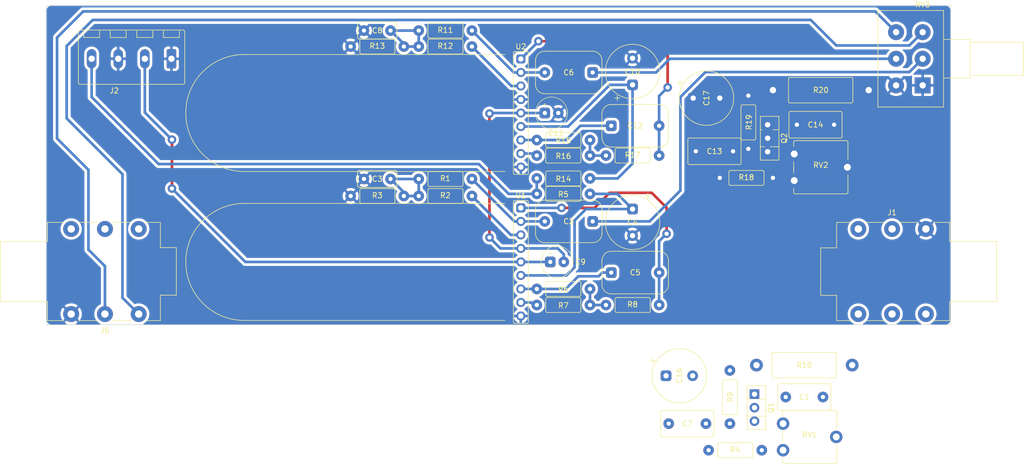
<source format=kicad_pcb>
(kicad_pcb (version 20221018) (generator pcbnew)
  (layers (0 "F.Cu" signal) (31 "B.Cu" signal) (34 "B.Paste" user) (35 "F.Paste" user) (36 "B.SilkS" user "B.Silkscreen") (37 "F.SilkS" user "F.Silkscreen") (38 "B.Mask" user) (39 "F.Mask" user) (44 "Edge.Cuts" user))
  (net 0 "")
  (net 1 "GND")
  (net 2 "240V")
  (net 3 "+6V")
  (net 4 "Net-(C7-Pad1)")
  (net 5 "Net-(C3-Pad1)")
  (net 6 "Net-(C2-Pad2)")
  (net 7 "Net-(C4-Pad1)")
  (net 8 "Net-(C5-Pad1)")
  (net 9 "Net-(C5-Pad2)")
  (net 10 "Net-(C6-Pad2)")
  (net 11 "Net-(R2-Pad2)")
  (net 12 "Net-(R6-Pad1)")
  (net 13 "Output_left")
  (net 14 "Input_left")
  (net 15 "Input_right")
  (net 16 "Net-(Q1-E)")
  (net 17 "Net-(Q1-B)")
  (net 18 "Net-(C8-Pad1)")
  (net 19 "Net-(C12-Pad1)")
  (net 20 "Net-(C13-Pad1)")
  (net 21 "Net-(C10-Pad1)")
  (net 22 "Net-(C12-Pad2)")
  (net 23 "Net-(Q2-B)")
  (net 24 "Net-(Q2-E)")
  (net 25 "Output_right")
  (net 26 "+12V")
  (net 27 "Net-(R4-Pad2)")
  (net 28 "Net-(R18-Pad2)")
  (net 29 "Net-(J6-PadR)")
  (net 30 "Net-(J6-L)")
  (net 31 "Net-(R12-Pad2)")
  (net 32 "Net-(R15-Pad1)")
  (net 33 "Net-(Q2-C)")
  (footprint "spdf1626_lib:R_THT_025W" (layer "F.Cu") (at 151.6 52.4)
    (fp_text reference "R18" (at 0 -0.1 180) (layer "F.SilkS"))
    (fp_text value "12,7k" hide)
    (pad "1" thru_hole circle (at -5 0) (size 2 2) (drill 0.8) (layers "*.Cu" "*.Mask") (net 23 "Net-(Q2-B)"))
    (pad "2" thru_hole circle (at 5 0) (size 2 2) (drill 0.8) (layers "*.Cu" "*.Mask") (net 28 "Net-(R18-Pad2)"))
  )
  (footprint "spdf1626_lib:R_THT_025W" (layer "F.Cu") (at 151.975 41.94 -90)
    (fp_text reference "R19" (at 0 -0.1 90) (layer "F.SilkS"))
    (fp_text value "100k" hide)
    (pad "1" thru_hole circle (at -5 0 270) (size 2 2) (drill 0.8) (layers "*.Cu" "*.Mask") (net 1 "GND"))
    (pad "2" thru_hole circle (at 5 0 270) (size 2 2) (drill 0.8) (layers "*.Cu" "*.Mask") (net 23 "Net-(Q2-B)"))
  )
  (footprint "spdf1626_lib:Jack_6.35mm" (layer "F.Cu") (at 31 70 180)
    (fp_text reference "J6" (at 0 -11.095 180) (layer "F.SilkS"))
    (fp_text value "Input")
    (pad "R" thru_hole circle (at 0 -8 180) (size 3 3) (drill 1.4) (layers "*.Cu" "*.Mask") (net 29 "Net-(J6-PadR)"))
    (pad "RN" thru_hole circle (at 0 8 180) (size 3 3) (drill 1.4) (layers "*.Cu" "*.Mask"))
    (pad "S" thru_hole circle (at 6.35 -8 180) (size 3 3) (drill 1.4) (layers "*.Cu" "*.Mask") (net 1 "GND"))
    (pad "SN" thru_hole circle (at 6.35 8 180) (size 3 3) (drill 1.4) (layers "*.Cu" "*.Mask"))
    (pad "T" thru_hole circle (at -6.35 -8 180) (size 3 3) (drill 1.4) (layers "*.Cu" "*.Mask") (net 30 "Net-(J6-L)"))
    (pad "TN" thru_hole circle (at -6.35 8 180) (size 3 3) (drill 1.4) (layers "*.Cu" "*.Mask"))
  )
  (footprint "Package_TO_SOT_THT:TO-126-3_Vertical" (layer "F.Cu") (at 153.125 93.06 -90)
    (fp_text reference "Q1" (at 2.54 -3.12 90) (layer "F.SilkS"))
    (fp_text value "КТ972(BD875)")
    (pad "1" thru_hole rect (at 0 0 270) (size 1.8 1.8) (drill 1) (layers "*.Cu" "*.Mask") (net 16 "Net-(Q1-E)"))
    (pad "2" thru_hole oval (at 2.54 0 270) (size 1.8 1.8) (drill 1) (layers "*.Cu" "*.Mask") (net 26 "+12V"))
    (pad "3" thru_hole oval (at 5.08 0 270) (size 1.8 1.8) (drill 1) (layers "*.Cu" "*.Mask") (net 17 "Net-(Q1-B)"))
  )
  (footprint "spdf1626_lib:C_THT_D10.0mm_P5.00mm" (layer "F.Cu") (at 144.1 37.4)
    (fp_text reference "C17" (at 0 0 90) (layer "F.SilkS"))
    (fp_text value "10uF" hide)
    (pad "1" thru_hole roundrect (at -2.5 0) (size 2 2) (drill 1) (layers "*.Cu" "*.Mask") (net 26 "+12V"))
    (pad "2" thru_hole circle (at 2.5 0) (size 2 2) (drill 1) (layers "*.Cu" "*.Mask") (net 1 "GND"))
  )
  (footprint "spdf1626_lib:Potentiometer_THT_CA9V" (layer "F.Cu") (at 160.6 52.9)
    (fp_text reference "RV2" (at 5 -2.9) (layer "F.SilkS"))
    (fp_text value "R_Potentiometer" hide)
    (pad "1" thru_hole circle (at 0 0) (size 2.34 2.34) (drill 1.3) (layers "*.Cu" "*.Mask") (net 28 "Net-(R18-Pad2)"))
    (pad "2" thru_hole circle (at 10 -2.5) (size 2.34 2.34) (drill 1.3) (layers "*.Cu" "*.Mask") (net 28 "Net-(R18-Pad2)"))
    (pad "3" thru_hole circle (at 0 -5) (size 2.34 2.34) (drill 1.3) (layers "*.Cu" "*.Mask") (net 33 "Net-(Q2-C)"))
  )
  (footprint "spdf1626_lib:R_THT_025W" (layer "F.Cu") (at 82.2 55.8)
    (fp_text reference "R3" (at 0 -0.1) (layer "F.SilkS"))
    (fp_text value "1k8" hide)
    (pad "1" thru_hole circle (at -5 0) (size 2 2) (drill 0.8) (layers "*.Cu" "*.Mask") (net 1 "GND"))
    (pad "2" thru_hole circle (at 5 0) (size 2 2) (drill 0.8) (layers "*.Cu" "*.Mask") (net 5 "Net-(C3-Pad1)"))
  )
  (footprint "spdf1626_lib:C_THT_K73-17_P5.00mm" (layer "F.Cu") (at 84.7 24.7 180)
    (fp_text reference "C8" (at 2.5 0) (layer "F.SilkS"))
    (fp_text value "1n" hide)
    (pad "1" thru_hole circle (at 0 0 180) (size 2 2) (drill 0.8) (layers "*.Cu" "*.Mask") (net 18 "Net-(C8-Pad1)"))
    (pad "2" thru_hole circle (at 5 0 180) (size 2 2) (drill 0.8) (layers "*.Cu" "*.Mask") (net 1 "GND"))
  )
  (footprint "spdf1626_lib:C_THT_K73-17_P9.00mm" (layer "F.Cu") (at 118.2 32.58 180)
    (fp_text reference "C6" (at 0 0) (layer "F.SilkS"))
    (fp_text value "100n" hide)
    (pad "1" thru_hole roundrect (at -4.5 0 180) (size 2 2) (drill 0.8) (layers "*.Cu" "*.Mask") (net 15 "Input_right"))
    (pad "2" thru_hole circle (at 4.5 0 180) (size 2 2) (drill 0.8) (layers "*.Cu" "*.Mask") (net 10 "Net-(C6-Pad2)"))
  )
  (footprint "spdf1626_lib:R_THT_1W" (layer "F.Cu") (at 165.6 35.9 180)
    (fp_text reference "R20" (at 0 0) (layer "F.SilkS"))
    (fp_text value "32R" hide)
    (pad "1" thru_hole circle (at -9 0 180) (size 2.4 2.4) (drill 1.2) (layers "*.Cu" "*.Mask") (net 1 "GND"))
    (pad "2" thru_hole oval (at 9 0 180) (size 2.4 2.4) (drill 1.2) (layers "*.Cu" "*.Mask") (net 24 "Net-(Q2-E)"))
  )
  (footprint "spdf1626_lib:R_THT_025W" (layer "F.Cu") (at 117.2 45.28 180)
    (fp_text reference "R15" (at 0 -0.1) (layer "F.SilkS"))
    (fp_text value "300k" hide)
    (pad "1" thru_hole circle (at -5 0 180) (size 2 2) (drill 0.8) (layers "*.Cu" "*.Mask") (net 32 "Net-(R15-Pad1)"))
    (pad "2" thru_hole circle (at 5 0 180) (size 2 2) (drill 0.8) (layers "*.Cu" "*.Mask") (net 19 "Net-(C12-Pad1)"))
  )
  (footprint "spdf1626_lib:R_THT_025W" (layer "F.Cu") (at 95 27.7)
    (fp_text reference "R12" (at 0 -0.1) (layer "F.SilkS"))
    (fp_text value "200R" hide)
    (pad "1" thru_hole circle (at -5 0) (size 2 2) (drill 0.8) (layers "*.Cu" "*.Mask") (net 18 "Net-(C8-Pad1)"))
    (pad "2" thru_hole circle (at 5 0) (size 2 2) (drill 0.8) (layers "*.Cu" "*.Mask") (net 31 "Net-(R12-Pad2)"))
  )
  (footprint "spdf1626_lib:C_THT_D10.0mm_P5.00mm" (layer "F.Cu") (at 130.2 60.759823 -90)
    (fp_text reference "C4" (at 0 0) (layer "F.SilkS"))
    (fp_text value "10uF" hide)
    (pad "1" thru_hole roundrect (at -2.5 0 270) (size 2 2) (drill 1) (layers "*.Cu" "*.Mask") (net 7 "Net-(C4-Pad1)"))
    (pad "2" thru_hole circle (at 2.5 0 270) (size 2 2) (drill 1) (layers "*.Cu" "*.Mask") (net 1 "GND"))
  )
  (footprint "spdf1626_lib:R_THT_025W" (layer "F.Cu") (at 149.5 103.6)
    (fp_text reference "R4" (at 0 -0.1 180) (layer "F.SilkS"))
    (fp_text value "12,7k" hide)
    (pad "1" thru_hole circle (at -5 0) (size 2 2) (drill 0.8) (layers "*.Cu" "*.Mask") (net 17 "Net-(Q1-B)"))
    (pad "2" thru_hole circle (at 5 0) (size 2 2) (drill 0.8) (layers "*.Cu" "*.Mask") (net 27 "Net-(R4-Pad2)"))
  )
  (footprint "Potentiometer_THT:Potentiometer_Alps_RK163_Dual_Horizontal" (layer "F.Cu") (at 184.749999 35 180)
    (fp_text reference "RV3" (at -0.000001 15.199999) (layer "F.SilkS"))
    (fp_text value "R_Potentiometer_Dual")
    (pad "1" thru_hole rect (at 0 0) (size 3 3) (drill 1.2) (layers "*.Cu" "*.Mask") (net 1 "GND"))
    (pad "2" thru_hole circle (at 0 5) (size 3 3) (drill 1.2) (layers "*.Cu" "*.Mask") (net 14 "Input_left"))
    (pad "3" thru_hole circle (at 0 10) (size 3 3) (drill 1.2) (layers "*.Cu" "*.Mask") (net 30 "Net-(J6-L)"))
    (pad "4" thru_hole circle (at 5 0) (size 3 3) (drill 1.2) (layers "*.Cu" "*.Mask") (net 1 "GND"))
    (pad "5" thru_hole circle (at 5 5) (size 3 3) (drill 1.2) (layers "*.Cu" "*.Mask") (net 15 "Input_right"))
    (pad "6" thru_hole circle (at 5 10) (size 3 3) (drill 1.2) (layers "*.Cu" "*.Mask") (net 29 "Net-(J6-PadR)"))
  )
  (footprint "spdf1626_lib:R_THT_025W" (layer "F.Cu") (at 117.2 76.3 180)
    (fp_text reference "R7" (at 0 -0.1) (layer "F.SilkS"))
    (fp_text value "200R" hide)
    (pad "1" thru_hole circle (at -5 0 180) (size 2 2) (drill 0.8) (layers "*.Cu" "*.Mask") (net 12 "Net-(R6-Pad1)"))
    (pad "2" thru_hole circle (at 5 0 180) (size 2 2) (drill 0.8) (layers "*.Cu" "*.Mask") (net 4 "Net-(C7-Pad1)"))
  )
  (footprint "spdf1626_lib:R_THT_025W" (layer "F.Cu") (at 130.2 48.2)
    (fp_text reference "R17" (at 0 -0.1) (layer "F.SilkS"))
    (fp_text value "1k8" hide)
    (pad "1" thru_hole circle (at -5 0) (size 2 2) (drill 0.8) (layers "*.Cu" "*.Mask") (net 32 "Net-(R15-Pad1)"))
    (pad "2" thru_hole circle (at 5 0) (size 2 2) (drill 0.8) (layers "*.Cu" "*.Mask") (net 22 "Net-(C12-Pad2)"))
  )
  (footprint "spdf1626_lib:R_THT_1W" (layer "F.Cu") (at 162.5 87.6 180)
    (fp_text reference "R10" (at 0 0) (layer "F.SilkS"))
    (fp_text value "32R" hide)
    (pad "1" thru_hole circle (at -9 0 180) (size 2.4 2.4) (drill 1.2) (layers "*.Cu" "*.Mask") (net 1 "GND"))
    (pad "2" thru_hole oval (at 9 0 180) (size 2.4 2.4) (drill 1.2) (layers "*.Cu" "*.Mask") (net 16 "Net-(Q1-E)"))
  )
  (footprint "Package_TO_SOT_THT:TO-126-3_Vertical" (layer "F.Cu") (at 155.6 42.4 -90)
    (fp_text reference "Q2" (at 2.54 -3.12 90) (layer "F.SilkS"))
    (fp_text value "КТ972(BD875)")
    (pad "1" thru_hole rect (at 0 0 270) (size 1.8 1.8) (drill 1) (layers "*.Cu" "*.Mask") (net 24 "Net-(Q2-E)"))
    (pad "2" thru_hole oval (at 2.54 0 270) (size 1.8 1.8) (drill 1) (layers "*.Cu" "*.Mask") (net 33 "Net-(Q2-C)"))
    (pad "3" thru_hole oval (at 5.08 0 270) (size 1.8 1.8) (drill 1) (layers "*.Cu" "*.Mask") (net 23 "Net-(Q2-B)"))
  )
  (footprint "spdf1626_lib:R_THT_025W" (layer "F.Cu") (at 95 52.6)
    (fp_text reference "R1" (at 0 -0.1) (layer "F.SilkS"))
    (fp_text value "300k" hide)
    (pad "1" thru_hole circle (at -5 0) (size 2 2) (drill 0.8) (layers "*.Cu" "*.Mask") (net 5 "Net-(C3-Pad1)"))
    (pad "2" thru_hole circle (at 5 0) (size 2 2) (drill 0.8) (layers "*.Cu" "*.Mask") (net 6 "Net-(C2-Pad2)"))
  )
  (footprint "spdf1626_lib:C_THT_K73-17_P9.00mm" (layer "F.Cu") (at 118.2 60.58 180)
    (fp_text reference "C2" (at 0 0) (layer "F.SilkS"))
    (fp_text value "100n" hide)
    (pad "1" thru_hole roundrect (at -4.5 0 180) (size 2 2) (drill 0.8) (layers "*.Cu" "*.Mask") (net 14 "Input_left"))
    (pad "2" thru_hole circle (at 4.5 0 180) (size 2 2) (drill 0.8) (layers "*.Cu" "*.Mask") (net 6 "Net-(C2-Pad2)"))
  )
  (footprint "spdf1626_lib:C_THT_K73-17_P9.00mm" (layer "F.Cu") (at 130.7 70.2)
    (fp_text reference "C5" (at 0 0) (layer "F.SilkS"))
    (fp_text value "100n" hide)
    (pad "1" thru_hole roundrect (at -4.5 0) (size 2 2) (drill 0.8) (layers "*.Cu" "*.Mask") (net 8 "Net-(C5-Pad1)"))
    (pad "2" thru_hole circle (at 4.5 0) (size 2 2) (drill 0.8) (layers "*.Cu" "*.Mask") (net 9 "Net-(C5-Pad2)"))
  )
  (footprint "spdf1626_lib:C_THT_K73-17_P7.00mm" (layer "F.Cu") (at 164.6 42.4)
    (fp_text reference "C14" (at 0 0 -180) (layer "F.SilkS"))
    (fp_text value "10u" hide)
    (pad "1" thru_hole circle (at -3.5 0) (size 2 2) (drill 0.8) (layers "*.Cu" "*.Mask") (net 24 "Net-(Q2-E)"))
    (pad "2" thru_hole circle (at 3.5 0) (size 2 2) (drill 0.8) (layers "*.Cu" "*.Mask") (net 25 "Output_right"))
  )
  (footprint "spdf1626_lib:C_THT_D5.0mm_P2.54mm" (layer "F.Cu") (at 114.97 40.2)
    (fp_text reference "C11" (at 0.849999 3.8) (layer "F.SilkS"))
    (fp_text value "10uF" hide)
    (pad "1" thru_hole roundrect (at -1.27 0) (size 2 2) (drill 0.8) (layers "*.Cu" "*.Mask") (net 3 "+6V"))
    (pad "2" thru_hole circle (at 1.27 0) (size 2 2) (drill 0.8) (layers "*.Cu" "*.Mask") (net 1 "GND"))
  )
  (footprint "spdf1626_lib:Potentiometer_THT_CA9V" (layer "F.Cu") (at 158.5 103.6)
    (fp_text reference "RV1" (at 5 -2.9) (layer "F.SilkS"))
    (fp_text value "R_Potentiometer" hide)
    (pad "1" thru_hole circle (at 0 0) (size 2.34 2.34) (drill 1.3) (layers "*.Cu" "*.Mask") (net 27 "Net-(R4-Pad2)"))
    (pad "2" thru_hole circle (at 10 -2.5) (size 2.34 2.34) (drill 1.3) (layers "*.Cu" "*.Mask") (net 27 "Net-(R4-Pad2)"))
    (pad "3" thru_hole circle (at 0 -5) (size 2.34 2.34) (drill 1.3) (layers "*.Cu" "*.Mask") (net 26 "+12V"))
  )
  (footprint "spdf1626_lib:R_THT_025W" (layer "F.Cu") (at 82.2 27.7)
    (fp_text reference "R13" (at 0 -0.1) (layer "F.SilkS"))
    (fp_text value "1k8" hide)
    (pad "1" thru_hole circle (at -5 0) (size 2 2) (drill 0.8) (layers "*.Cu" "*.Mask") (net 1 "GND"))
    (pad "2" thru_hole circle (at 5 0) (size 2 2) (drill 0.8) (layers "*.Cu" "*.Mask") (net 18 "Net-(C8-Pad1)"))
  )
  (footprint "spdf1626_lib:Jack_6.35mm" (layer "F.Cu") (at 179 70)
    (fp_text reference "J1" (at 0 -11.095) (layer "F.SilkS"))
    (fp_text value "Output")
    (pad "R" thru_hole circle (at 0 -8) (size 3 3) (drill 1.4) (layers "*.Cu" "*.Mask") (net 25 "Output_right"))
    (pad "RN" thru_hole circle (at 0 8) (size 3 3) (drill 1.4) (layers "*.Cu" "*.Mask"))
    (pad "S" thru_hole circle (at 6.35 -8) (size 3 3) (drill 1.4) (layers "*.Cu" "*.Mask") (net 1 "GND"))
    (pad "SN" thru_hole circle (at 6.35 8) (size 3 3) (drill 1.4) (layers "*.Cu" "*.Mask"))
    (pad "T" thru_hole circle (at -6.35 -8) (size 3 3) (drill 1.4) (layers "*.Cu" "*.Mask") (net 13 "Output_left"))
    (pad "TN" thru_hole circle (at -6.35 8) (size 3 3) (drill 1.4) (layers "*.Cu" "*.Mask"))
  )
  (footprint "spdf1626_lib:R_THT_025W" (layer "F.Cu") (at 117.2 55.4 180)
    (fp_text reference "R5" (at 0 -0.1) (layer "F.SilkS"))
    (fp_text value "680R" hide)
    (pad "1" thru_hole circle (at -5 0 180) (size 2 2) (drill 0.8) (layers "*.Cu" "*.Mask") (net 7 "Net-(C4-Pad1)"))
    (pad "2" thru_hole circle (at 5 0 180) (size 2 2) (drill 0.8) (layers "*.Cu" "*.Mask") (net 2 "240V"))
  )
  (footprint "spdf1626_lib:R_THT_025W" (layer "F.Cu") (at 117.2 73.28 180)
    (fp_text reference "R6" (at 0 -0.1) (layer "F.SilkS"))
    (fp_text value "300k" hide)
    (pad "1" thru_hole circle (at -5 0 180) (size 2 2) (drill 0.8) (layers "*.Cu" "*.Mask") (net 12 "Net-(R6-Pad1)"))
    (pad "2" thru_hole circle (at 5 0 180) (size 2 2) (drill 0.8) (layers "*.Cu" "*.Mask") (net 8 "Net-(C5-Pad1)"))
  )
  (footprint "spdf1626_lib:C_THT_D5.0mm_P2.54mm" (layer "F.Cu") (at 116 68.2)
    (fp_text reference "C9" (at 4.4 0) (layer "F.SilkS"))
    (fp_text value "10uF" hide)
    (pad "1" thru_hole roundrect (at -1.27 0) (size 2 2) (drill 0.8) (layers "*.Cu" "*.Mask") (net 26 "+12V"))
    (pad "2" thru_hole circle (at 1.27 0) (size 2 2) (drill 0.8) (layers "*.Cu" "*.Mask") (net 3 "+6V"))
  )
  (footprint "spdf1626_lib:6N2P_lying" (layer "F.Cu") (at 109.2 40.2)
    (fp_text reference "U2" (at 0 -12.49) (layer "F.SilkS"))
    (fp_text value "6N2P" hide)
    (pad "1" thru_hole roundrect (at 0 -10.16) (size 1.7 1.7) (drill 1) (layers "*.Cu" "*.Mask") (net 22 "Net-(C12-Pad2)"))
    (pad "2" thru_hole oval (at 0 -7.62) (size 1.7 1.7) (drill 1) (layers "*.Cu" "*.Mask") (net 10 "Net-(C6-Pad2)"))
    (pad "3" thru_hole oval (at 0 -5.08) (size 1.7 1.7) (drill 1) (layers "*.Cu" "*.Mask") (net 31 "Net-(R12-Pad2)"))
    (pad "4" thru_hole oval (at 0 -2.54) (size 1.7 1.7) (drill 1) (layers "*.Cu" "*.Mask") (net 1 "GND"))
    (pad "5" thru_hole oval (at 0 0) (size 1.7 1.7) (drill 1) (layers "*.Cu" "*.Mask") (net 3 "+6V"))
    (pad "6" thru_hole oval (at 0 2.54) (size 1.7 1.7) (drill 1) (layers "*.Cu" "*.Mask") (net 21 "Net-(C10-Pad1)"))
    (pad "7" thru_hole oval (at 0 5.08) (size 1.7 1.7) (drill 1) (layers "*.Cu" "*.Mask") (net 19 "Net-(C12-Pad1)"))
    (pad "8" thru_hole oval (at 0 7.62) (size 1.7 1.7) (drill 1) (layers "*.Cu" "*.Mask") (net 20 "Net-(C13-Pad1)"))
    (pad "9" thru_hole oval (at 0 10.16) (size 1.7 1.7) (drill 1) (layers "*.Cu" "*.Mask") (net 1 "GND"))
  )
  (footprint "spdf1626_lib:C_THT_K73-17_P5.00mm" (layer "F.Cu") (at 84.7 52.6 180)
    (fp_text reference "C3" (at 2.5 0) (layer "F.SilkS"))
    (fp_text value "1n" hide)
    (pad "1" thru_hole circle (at 0 0 180) (size 2 2) (drill 0.8) (layers "*.Cu" "*.Mask") (net 5 "Net-(C3-Pad1)"))
    (pad "2" thru_hole circle (at 5 0 180) (size 2 2) (drill 0.8) (layers "*.Cu" "*.Mask") (net 1 "GND"))
  )
  (footprint "spdf1626_lib:R_THT_025W" (layer "F.Cu") (at 117.2 48.2 180)
    (fp_text reference "R16" (at 0 -0.1) (layer "F.SilkS"))
    (fp_text value "200R" hide)
    (pad "1" thru_hole circle (at -5 0 180) (size 2 2) (drill 0.8) (layers "*.Cu" "*.Mask") (net 32 "Net-(R15-Pad1)"))
    (pad "2" thru_hole circle (at 5 0 180) (size 2 2) (drill 0.8) (layers "*.Cu" "*.Mask") (net 20 "Net-(C13-Pad1)"))
  )
  (footprint "spdf1626_lib:C_THT_K73-17_P7.00mm" (layer "F.Cu") (at 140.5 98.6)
    (fp_text reference "C7" (at 0 0 -180) (layer "F.SilkS"))
    (fp_text value "100n" hide)
    (pad "1" thru_hole circle (at -3.5 0) (size 2 2) (drill 0.8) (layers "*.Cu" "*.Mask") (net 4 "Net-(C7-Pad1)"))
    (pad "2" thru_hole circle (at 3.5 0) (size 2 2) (drill 0.8) (layers "*.Cu" "*.Mask") (net 17 "Net-(Q1-B)"))
  )
  (footprint "spdf1626_lib:C_THT_K73-17_P7.00mm" (layer "F.Cu") (at 145.6 47.4)
    (fp_text reference "C13" (at 0 0 -180) (layer "F.SilkS"))
    (fp_text value "100n" hide)
    (pad "1" thru_hole circle (at -3.5 0) (size 2 2) (drill 0.8) (layers "*.Cu" "*.Mask") (net 20 "Net-(C13-Pad1)"))
    (pad "2" thru_hole circle (at 3.5 0) (size 2 2) (drill 0.8) (layers "*.Cu" "*.Mask") (net 23 "Net-(Q2-B)"))
  )
  (footprint "spdf1626_lib:C_THT_D10.0mm_P5.00mm" (layer "F.Cu") (at 130.2 32.400177 90)
    (fp_text reference "C10" (at 0 0) (layer "F.SilkS"))
    (fp_text value "10uF" hide)
    (pad "1" thru_hole roundrect (at -2.5 0 90) (size 2 2) (drill 1) (layers "*.Cu" "*.Mask") (net 21 "Net-(C10-Pad1)"))
    (pad "2" thru_hole circle (at 2.5 0 90) (size 2 2) (drill 1) (layers "*.Cu" "*.Mask") (net 1 "GND"))
  )
  (footprint "spdf1626_lib:R_THT_025W" (layer "F.Cu") (at 95 24.7)
    (fp_text reference "R11" (at 0 -0.1) (layer "F.SilkS"))
    (fp_text value "300k" hide)
    (pad "1" thru_hole circle (at -5 0) (size 2 2) (drill 0.8) (layers "*.Cu" "*.Mask") (net 18 "Net-(C8-Pad1)"))
    (pad "2" thru_hole circle (at 5 0) (size 2 2) (drill 0.8) (layers "*.Cu" "*.Mask") (net 10 "Net-(C6-Pad2)"))
  )
  (footprint "spdf1626_lib:R_THT_025W" (layer "F.Cu") (at 95 55.8)
    (fp_text reference "R2" (at 0 -0.1) (layer "F.SilkS"))
    (fp_text value "200R" hide)
    (pad "1" thru_hole circle (at -5 0) (size 2 2) (drill 0.8) (layers "*.Cu" "*.Mask") (net 5 "Net-(C3-Pad1)"))
    (pad "2" thru_hole circle (at 5 0) (size 2 2) (drill 0.8) (layers "*.Cu" "*.Mask") (net 11 "Net-(R2-Pad2)"))
  )
  (footprint "spdf1626_lib:MCV_1,5_4-G-5.0_1x04_P5.0mm_Vertical" (layer "F.Cu") (at 36 30 180)
    (fp_text reference "J2" (at 3.25 -6) (layer "F.SilkS"))
    (fp_text value "Power" hide)
    (pad "1" thru_hole roundrect (at -7.5 0 180) (size 1.8 3.6) (drill 1.2) (layers "*.Cu" "*.Mask") (roundrect_rratio 0.138889) (net 1 "GND"))
    (pad "2" thru_hole oval (at -2.5 0 180) (size 1.8 3.6) (drill 1.2) (layers "*.Cu" "*.Mask") (net 26 "+12V"))
    (pad "3" thru_hole oval (at 2.5 0 180) (size 1.8 3.6) (drill 1.2) (layers "*.Cu" "*.Mask") (net 1 "GND"))
    (pad "4" thru_hole oval (at 7.5 0 180) (size 1.8 3.6) (drill 1.2) (layers "*.Cu" "*.Mask") (net 2 "240V"))
  )
  (footprint "spdf1626_lib:C_THT_K73-17_P7.00mm" (layer "F.Cu") (at 162.5 93.6)
    (fp_text reference "C1" (at 0 0) (layer "F.SilkS"))
    (fp_text value "10u" hide)
    (pad "1" thru_hole circle (at -3.5 0) (size 2 2) (drill 0.8) (layers "*.Cu" "*.Mask") (net 16 "Net-(Q1-E)"))
    (pad "2" thru_hole circle (at 3.5 0) (size 2 2) (drill 0.8) (layers "*.Cu" "*.Mask") (net 13 "Output_left"))
  )
  (footprint "spdf1626_lib:R_THT_025W" (layer "F.Cu") (at 148.5 93.6 -90)
    (fp_text reference "R9" (at 0 -0.1 90) (layer "F.SilkS"))
    (fp_text value "100k" hide)
    (pad "1" thru_hole circle (at -5 0 270) (size 2 2) (drill 0.8) (layers "*.Cu" "*.Mask") (net 1 "GND"))
    (pad "2" thru_hole circle (at 5 0 270) (size 2 2) (drill 0.8) (layers "*.Cu" "*.Mask") (net 17 "Net-(Q1-B)"))
  )
  (footprint "spdf1626_lib:C_THT_K73-17_P9.00mm" (layer "F.Cu") (at 130.7 42.6)
    (fp_text reference "C12" (at 0 0) (layer "F.SilkS"))
    (fp_text value "100n" hide)
    (pad "1" thru_hole roundrect (at -4.5 0) (size 2 2) (drill 0.8) (layers "*.Cu" "*.Mask") (net 19 "Net-(C12-Pad1)"))
    (pad "2" thru_hole circle (at 4.5 0) (size 2 2) (drill 0.8) (layers "*.Cu" "*.Mask") (net 22 "Net-(C12-Pad2)"))
  )
  (footprint "spdf1626_lib:R_THT_025W" (layer "F.Cu") (at 117.2 52.5 180)
    (fp_text reference "R14" (at 0 -0.1) (layer "F.SilkS"))
    (fp_text value "680R" hide)
    (pad "1" thru_hole circle (at -5 0 180) (size 2 2) (drill 0.8) (layers "*.Cu" "*.Mask") (net 21 "Net-(C10-Pad1)"))
    (pad "2" thru_hole circle (at 5 0 180) (size 2 2) (drill 0.8) (layers "*.Cu" "*.Mask") (net 2 "240V"))
  )
  (footprint "spdf1626_lib:R_THT_025W" (layer "F.Cu") (at 130.2 76.3)
    (fp_text reference "R8" (at 0 -0.1) (layer "F.SilkS"))
    (fp_text value "1k8" hide)
    (pad "1" thru_hole circle (at -5 0) (size 2 2) (drill 0.8) (layers "*.Cu" "*.Mask") (net 12 "Net-(R6-Pad1)"))
    (pad "2" thru_hole circle (at 5 0) (size 2 2) (drill 0.8) (layers "*.Cu" "*.Mask") (net 9 "Net-(C5-Pad2)"))
  )
  (footprint "spdf1626_lib:6N2P_lying" (layer "F.Cu") (at 109.2 68.2)
    (fp_text reference "U1" (at 0 -12.49) (layer "F.SilkS"))
    (fp_text value "6N2P" hide)
    (pad "1" thru_hole roundrect (at 0 -10.16) (size 1.7 1.7) (drill 1) (layers "*.Cu" "*.Mask") (net 9 "Net-(C5-Pad2)"))
    (pad "2" thru_hole oval (at 0 -7.62) (size 1.7 1.7) (drill 1) (layers "*.Cu" "*.Mask") (net 6 "Net-(C2-Pad2)"))
    (pad "3" thru_hole oval (at 0 -5.08) (size 1.7 1.7) (drill 1) (layers "*.Cu" "*.Mask") (net 11 "Net-(R2-Pad2)"))
    (pad "4" thru_hole oval (at 0 -2.54) (size 1.7 1.7) (drill 1) (layers "*.Cu" "*.Mask") (net 3 "+6V"))
    (pad "5" thru_hole oval (at 0 0) (size 1.7 1.7) (drill 1) (layers "*.Cu" "*.Mask") (net 26 "+12V"))
    (pad "6" thru_hole oval (at 0 2.54) (size 1.7 1.7) (drill 1) (layers "*.Cu" "*.Mask") (net 7 "Net-(C4-Pad1)"))
    (pad "7" thru_hole oval (at 0 5.08) (size 1.7 1.7) (drill 1) (layers "*.Cu" "*.Mask") (net 8 "Net-(C5-Pad1)"))
    (pad "8" thru_hole oval (at 0 7.62) (size 1.7 1.7) (drill 1) (layers "*.Cu" "*.Mask") (net 4 "Net-(C7-Pad1)"))
    (pad "9" thru_hole oval (at 0 10.16) (size 1.7 1.7) (drill 1) (layers "*.Cu" "*.Mask") (net 1 "GND"))
  )
  (footprint "spdf1626_lib:C_THT_D10.0mm_P5.00mm" (layer "F.Cu") (at 139 89.6)
    (fp_text reference "C16" (at 0 0 90) (layer "F.SilkS"))
    (fp_text value "10uF" hide)
    (pad "1" thru_hole roundrect (at -2.5 0) (size 2 2) (drill 1) (layers "*.Cu" "*.Mask") (net 26 "+12V"))
    (pad "2" thru_hole circle (at 2.5 0) (size 2 2) (drill 1) (layers "*.Cu" "*.Mask") (net 1 "GND"))
  )
  (gr_rect (start 20 20) (end 190 80) (stroke (width 0.1)) (fill none) (layer "Edge.Cuts"))
  (segment (start 112.2 55.4) (end 106.9 55.4) (width 0.5) (layer "B.Cu") (net 2))
  (segment (start 101.3 49.8) (end 41.1 49.8) (width 0.5) (layer "B.Cu") (net 2))
  (segment (start 41.1 49.8) (end 28.5 37.2) (width 0.5) (layer "B.Cu") (net 2))
  (segment (start 28.5 37.2) (end 28.5 30) (width 0.5) (layer "B.Cu") (net 2))
  (segment (start 104.3 52.8) (end 101.3 49.8) (width 0.5) (layer "B.Cu") (net 2))
  (segment (start 112.2 55.4) (end 112.2 52.5) (width 0.5) (layer "B.Cu") (net 2))
  (segment (start 106.9 55.4) (end 104.3 52.8) (width 0.5) (layer "B.Cu") (net 2))
  (segment (start 103.3 63.6) (end 103.3 40.3) (width 0.5) (layer "F.Cu") (net 3))
  (via (at 103.3 63.6) (size 1.6) (drill 0.8) (layers "F.Cu" "B.Cu") (net 3))
  (via (at 103.3 40.3) (size 1.6) (drill 0.8) (layers "F.Cu" "B.Cu") (net 3))
  (segment (start 117.27 66.77) (end 117.27 68.2) (width 0.5) (layer "B.Cu") (net 3))
  (segment (start 103.3 40.3) (end 103.4 40.2) (width 0.5) (layer "B.Cu") (net 3))
  (segment (start 109.2 65.66) (end 105.36 65.66) (width 0.5) (layer "B.Cu") (net 3))
  (segment (start 116.16 65.66) (end 117.27 66.77) (width 0.5) (layer "B.Cu") (net 3))
  (segment (start 113.7 40.2) (end 109.2 40.2) (width 0.5) (layer "B.Cu") (net 3))
  (segment (start 109.2 65.66) (end 116.16 65.66) (width 0.5) (layer "B.Cu") (net 3))
  (segment (start 103.4 40.2) (end 109.2 40.2) (width 0.5) (layer "B.Cu") (net 3))
  (segment (start 105.36 65.66) (end 103.3 63.6) (width 0.5) (layer "B.Cu") (net 3))
  (segment (start 111.6 76.3) (end 112.2 76.3) (width 0.5) (layer "B.Cu") (net 4))
  (segment (start 109.2 75.82) (end 111.12 75.82) (width 0.5) (layer "B.Cu") (net 4))
  (segment (start 111.12 75.82) (end 111.6 76.3) (width 0.5) (layer "B.Cu") (net 4))
  (segment (start 87.2 55.8) (end 87.2 55.1) (width 0.5) (layer "B.Cu") (net 5))
  (segment (start 90 55.8) (end 87.2 55.8) (width 0.5) (layer "B.Cu") (net 5))
  (segment (start 90 52.6) (end 90 55.8) (width 0.5) (layer "B.Cu") (net 5))
  (segment (start 87.2 55.1) (end 84.7 52.6) (width 0.5) (layer "B.Cu") (net 5))
  (segment (start 84.7 52.6) (end 90 52.6) (width 0.5) (layer "B.Cu") (net 5))
  (segment (start 107.98 60.58) (end 100 52.6) (width 0.5) (layer "B.Cu") (net 6))
  (segment (start 113.7 60.58) (end 109.2 60.58) (width 0.5) (layer "B.Cu") (net 6))
  (segment (start 109.2 60.58) (end 107.98 60.58) (width 0.5) (layer "B.Cu") (net 6))
  (segment (start 119.3 69.2) (end 117.76 70.74) (width 0.5) (layer "B.Cu") (net 7))
  (segment (start 119.3 60.4) (end 119.3 69.2) (width 0.5) (layer "B.Cu") (net 7))
  (segment (start 121.440177 58.259823) (end 119.3 60.4) (width 0.5) (layer "B.Cu") (net 7))
  (segment (start 117.76 70.74) (end 109.2 70.74) (width 0.5) (layer "B.Cu") (net 7))
  (segment (start 127.340177 55.4) (end 122.1 55.4) (width 0.5) (layer "B.Cu") (net 7))
  (segment (start 130.2 58.259823) (end 127.340177 55.4) (width 0.5) (layer "B.Cu") (net 7))
  (segment (start 130.2 58.259823) (end 121.440177 58.259823) (width 0.5) (layer "B.Cu") (net 7))
  (segment (start 120 70.9) (end 123.82 70.9) (width 0.5) (layer "B.Cu") (net 8))
  (segment (start 124.52 70.2) (end 126.2 70.2) (width 0.5) (layer "B.Cu") (net 8))
  (segment (start 112.2 73.28) (end 117.62 73.28) (width 0.5) (layer "B.Cu") (net 8))
  (segment (start 123.82 70.9) (end 124.52 70.2) (width 0.5) (layer "B.Cu") (net 8))
  (segment (start 117.62 73.28) (end 120 70.9) (width 0.5) (layer "B.Cu") (net 8))
  (segment (start 112.2 73.28) (end 109.2 73.28) (width 0.5) (layer "B.Cu") (net 8))
  (segment (start 133.8 55.2) (end 136.6 58) (width 0.5) (layer "F.Cu") (net 9))
  (segment (start 123.06 58.04) (end 125.9 55.2) (width 0.5) (layer "F.Cu") (net 9))
  (segment (start 136.6 58) (end 136.6 62.9) (width 0.5) (layer "F.Cu") (net 9))
  (segment (start 116.86 58.04) (end 123.06 58.04) (width 0.5) (layer "F.Cu") (net 9))
  (segment (start 125.9 55.2) (end 133.8 55.2) (width 0.5) (layer "F.Cu") (net 9))
  (via (at 116.86 58.04) (size 1.6) (drill 0.8) (layers "F.Cu" "B.Cu") (net 9))
  (via (at 136.6 62.9) (size 1.6) (drill 0.8) (layers "F.Cu" "B.Cu") (net 9))
  (segment (start 135.2 70.2) (end 135.2 76.3) (width 0.5) (layer "B.Cu") (net 9))
  (segment (start 135.2 64.3) (end 136.6 62.9) (width 0.5) (layer "B.Cu") (net 9))
  (segment (start 135.2 70.2) (end 135.2 64.3) (width 0.5) (layer "B.Cu") (net 9))
  (segment (start 116.86 58.04) (end 109.2 58.04) (width 0.5) (layer "B.Cu") (net 9))
  (segment (start 109.2 32.58) (end 107.88 32.58) (width 0.5) (layer "B.Cu") (net 10))
  (segment (start 113.7 32.58) (end 109.2 32.58) (width 0.5) (layer "B.Cu") (net 10))
  (segment (start 107.88 32.58) (end 100 24.7) (width 0.5) (layer "B.Cu") (net 10))
  (segment (start 107.32 63.12) (end 100 55.8) (width 0.5) (layer "B.Cu") (net 11))
  (segment (start 109.2 63.12) (end 107.32 63.12) (width 0.5) (layer "B.Cu") (net 11))
  (segment (start 122.2 73.28) (end 122.2 76.3) (width 0.5) (layer "B.Cu") (net 12))
  (segment (start 125.2 76.3) (end 122.2 76.3) (width 0.5) (layer "B.Cu") (net 12))
  (segment (start 139.2 54.78) (end 133.4 60.58) (width 0.5) (layer "B.Cu") (net 14))
  (segment (start 139.2 37.2) (end 139.2 54.78) (width 0.5) (layer "B.Cu") (net 14))
  (segment (start 182.249999 32.5) (end 143.9 32.5) (width 0.5) (layer "B.Cu") (net 14))
  (segment (start 143.9 32.5) (end 139.2 37.2) (width 0.5) (layer "B.Cu") (net 14))
  (segment (start 184.749999 30) (end 182.249999 32.5) (width 0.5) (layer "B.Cu") (net 14))
  (segment (start 133.4 60.58) (end 122.7 60.58) (width 0.5) (layer "B.Cu") (net 14))
  (segment (start 179.749999 30) (end 137.2 30) (width 0.5) (layer "B.Cu") (net 15))
  (segment (start 137.2 30) (end 134.62 32.58) (width 0.5) (layer "B.Cu") (net 15))
  (segment (start 134.62 32.58) (end 122.7 32.58) (width 0.5) (layer "B.Cu") (net 15))
  (segment (start 84.7 24.7) (end 90 24.7) (width 0.5) (layer "B.Cu") (net 18))
  (segment (start 90 24.7) (end 90 27.7) (width 0.5) (layer "B.Cu") (net 18))
  (segment (start 90 27.7) (end 87.2 27.7) (width 0.5) (layer "B.Cu") (net 18))
  (segment (start 87.2 27.7) (end 87.2 27.2) (width 0.5) (layer "B.Cu") (net 18))
  (segment (start 87.2 27.2) (end 84.7 24.7) (width 0.5) (layer "B.Cu") (net 18))
  (segment (start 112.2 45.28) (end 109.2 45.28) (width 0.5) (layer "B.Cu") (net 19))
  (segment (start 120.4 42.6) (end 126.2 42.6) (width 0.5) (layer "B.Cu") (net 19))
  (segment (start 117.72 45.28) (end 120.4 42.6) (width 0.5) (layer "B.Cu") (net 19))
  (segment (start 112.2 45.28) (end 117.72 45.28) (width 0.5) (layer "B.Cu") (net 19))
  (segment (start 111.82 47.82) (end 112.2 48.2) (width 0.5) (layer "B.Cu") (net 20))
  (segment (start 109.2 47.82) (end 111.82 47.82) (width 0.5) (layer "B.Cu") (net 20))
  (segment (start 122.1 52.5) (end 127.4 52.5) (width 0.5) (layer "B.Cu") (net 21))
  (segment (start 127.4 52.5) (end 130.2 49.7) (width 0.5) (layer "B.Cu") (net 21))
  (segment (start 130.2 34.900177) (end 125.939823 34.900177) (width 0.5) (layer "B.Cu") (net 21))
  (segment (start 109.2 42.74) (end 118.1 42.74) (width 0.5) (layer "B.Cu") (net 21))
  (segment (start 125.939823 34.900177) (end 118.1 42.74) (width 0.5) (layer "B.Cu") (net 21))
  (segment (start 130.2 49.7) (end 130.2 34.900177) (width 0.5) (layer "B.Cu") (net 21))
  (segment (start 134.2 26.7) (end 136.8 29.3) (width 0.5) (layer "F.Cu") (net 22))
  (segment (start 136.8 29.3) (end 136.8 35.4) (width 0.5) (layer "F.Cu") (net 22))
  (segment (start 112.5 26.7) (end 134.2 26.7) (width 0.5) (layer "F.Cu") (net 22))
  (via (at 112.5 26.7) (size 1.6) (drill 0.8) (layers "F.Cu" "B.Cu") (net 22))
  (via (at 136.8 35.4) (size 1.6) (drill 0.8) (layers "F.Cu" "B.Cu") (net 22))
  (segment (start 135.2 42.6) (end 135.2 48.2) (width 0.5) (layer "B.Cu") (net 22))
  (segment (start 135.2 37) (end 136.8 35.4) (width 0.5) (layer "B.Cu") (net 22))
  (segment (start 112.5 26.7) (end 112.5 26.74) (width 0.5) (layer "B.Cu") (net 22))
  (segment (start 135.2 42.6) (end 135.2 37) (width 0.5) (layer "B.Cu") (net 22))
  (segment (start 112.5 26.74) (end 109.2 30.04) (width 0.5) (layer "B.Cu") (net 22))
  (segment (start 43.6 54.4) (end 43.6 45.2) (width 0.5) (layer "F.Cu") (net 26))
  (via (at 43.6 45.2) (size 1.6) (drill 0.8) (layers "F.Cu" "B.Cu") (net 26))
  (via (at 43.6 54.4) (size 1.6) (drill 0.8) (layers "F.Cu" "B.Cu") (net 26))
  (segment (start 57.4 68.2) (end 43.6 54.4) (width 0.5) (layer "B.Cu") (net 26))
  (segment (start 43.6 45.2) (end 38.5 40.1) (width 0.5) (layer "B.Cu") (net 26))
  (segment (start 38.5 40.1) (end 38.5 30) (width 0.5) (layer "B.Cu") (net 26))
  (segment (start 109.2 68.2) (end 57.4 68.2) (width 0.5) (layer "B.Cu") (net 26))
  (segment (start 114.73 68.2) (end 109.2 68.2) (width 0.5) (layer "B.Cu") (net 26))
  (segment (start 22 26) (end 22 45) (width 0.5) (layer "B.Cu") (net 29))
  (segment (start 26.9 21.1) (end 22 26) (width 0.5) (layer "B.Cu") (net 29))
  (segment (start 31 69) (end 31 78) (width 0.5) (layer "B.Cu") (net 29))
  (segment (start 22 45) (end 27.9 50.9) (width 0.5) (layer "B.Cu") (net 29))
  (segment (start 27.9 65.9) (end 31 69) (width 0.5) (layer "B.Cu") (net 29))
  (segment (start 27.9 50.9) (end 27.9 65.9) (width 0.5) (layer "B.Cu") (net 29))
  (segment (start 179.749999 25) (end 175.849999 21.1) (width 0.5) (layer "B.Cu") (net 29))
  (segment (start 175.849999 21.1) (end 26.9 21.1) (width 0.5) (layer "B.Cu") (net 29))
  (segment (start 182.249999 27.5) (end 168.5 27.5) (width 0.5) (layer "B.Cu") (net 30))
  (segment (start 184.749999 25) (end 182.249999 27.5) (width 0.5) (layer "B.Cu") (net 30))
  (segment (start 23.8 41.2) (end 34.3 51.7) (width 0.5) (layer "B.Cu") (net 30))
  (segment (start 163.7 22.7) (end 28.7 22.7) (width 0.5) (layer "B.Cu") (net 30))
  (segment (start 34.3 74.95) (end 37.35 78) (width 0.5) (layer "B.Cu") (net 30))
  (segment (start 34.3 51.7) (end 34.3 74.95) (width 0.5) (layer "B.Cu") (net 30))
  (segment (start 168.5 27.5) (end 163.7 22.7) (width 0.5) (layer "B.Cu") (net 30))
  (segment (start 23.8 27.6) (end 23.8 41.2) (width 0.5) (layer "B.Cu") (net 30))
  (segment (start 28.7 22.7) (end 23.8 27.6) (width 0.5) (layer "B.Cu") (net 30))
  (segment (start 109.2 35.12) (end 107.42 35.12) (width 0.5) (layer "B.Cu") (net 31))
  (segment (start 107.42 35.12) (end 100 27.7) (width 0.5) (layer "B.Cu") (net 31))
  (segment (start 122.2 45.28) (end 122.2 48.2) (width 0.5) (layer "B.Cu") (net 32))
  (segment (start 125.2 48.2) (end 122.2 48.2) (width 0.5) (layer "B.Cu") (net 32))
  (zone (net 1) (net_name "GND") (layer "B.Cu") (connect_pads (clearance 0.5)) (min_thickness 0.25) (fill yes (thermal_gap 0.5) (thermal_bridge_width 0.5) (smoothing fillet) (radius 1))
    (polygon (pts (xy 20 20) (xy 190 20) (xy 190 80) (xy 20 80)))
  )
)
</source>
